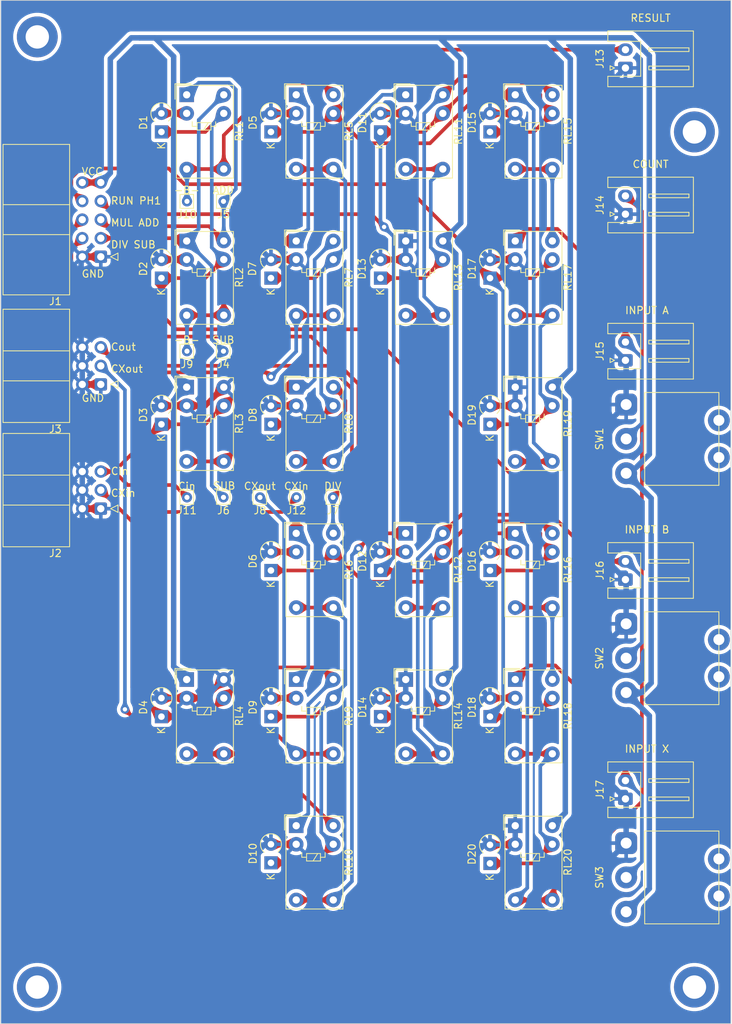
<source format=kicad_pcb>
(kicad_pcb (version 20221018) (generator pcbnew)
  (layers (0 "F.Cu" signal) (31 "B.Cu" signal) (34 "B.Paste" user) (35 "F.Paste" user) (36 "B.SilkS" user "B.Silkscreen") (37 "F.SilkS" user "F.Silkscreen") (38 "B.Mask" user) (39 "F.Mask" user) (44 "Edge.Cuts" user))
  (net 0 "")
  (net 1 "B")
  (net 2 "GND")
  (net 3 "RESULT")
  (net 4 "CXin")
  (net 5 "PH1")
  (net 6 "RUN")
  (net 7 "COUNT")
  (net 8 "Cin")
  (net 9 "SUB")
  (net 10 "ADD")
  (net 11 "Cout")
  (net 12 "A")
  (net 13 "VCC")
  (net 14 "Net-(RL10-Pad10)")
  (net 15 "Net-(D7-Pad1)")
  (net 16 "Net-(D10-Pad1)")
  (net 17 "Net-(D13-Pad1)")
  (net 18 "DIV")
  (net 19 "MUL")
  (net 20 "CXout")
  (net 21 "X")
  (net 22 "Net-(RL11-Pad1)")
  (net 23 "Net-(RL11-Pad10)")
  (net 24 "Net-(RL3-Pad5)")
  (net 25 "Net-(RL12-Pad10)")
  (net 26 "Net-(RL10-Pad5)")
  (net 27 "Net-(RL15-Pad5)")
  (net 28 "Net-(RL16-Pad5)")
  (net 29 "Net-(D14-Pad1)")
  (net 30 "Net-(D19-Pad1)")
  (net 31 "Net-(D20-Pad1)")
  (net 32 "Net-(J10-Pin_1)")
  (net 33 "Net-(J9-Pin_1)")
  (footprint "Diode_THT:D_A-405_P2.54mm_Vertical_KathodeUp" (layer "F.Cu") (at 257 108 90)
    (fp_text reference "D15")
    (fp_text value "1N4007_FLYB")
  )
  (footprint "Connector_Pin:Pin_D0.7mm_L6.5mm_W1.8mm_FlatFork" (layer "F.Cu") (at 220.5 158)
    (fp_text reference "J6")
    (fp_text value "Conn_01x01_Socket")
  )
  (footprint "MevaLlibreriaFootprint:Relay_SPDT_Omron_G5V-1_girat" (layer "F.Cu") (at 263 168 -90)
    (fp_text reference "RL16")
    (fp_text value "G5V-1")
  )
  (footprint "Diode_THT:D_A-405_P2.54mm_Vertical_KathodeUp" (layer "F.Cu") (at 227 188 90)
    (fp_text reference "D9")
    (fp_text value "1N4007_FLYB")
  )
  (footprint "Diode_THT:D_A-405_P2.54mm_Vertical_KathodeUp" (layer "F.Cu") (at 227 148 90)
    (fp_text reference "D8")
    (fp_text value "1N4007_FLYB")
  )
  (footprint "Diode_THT:D_A-405_P2.54mm_Vertical_KathodeUp" (layer "F.Cu") (at 212 128 90)
    (fp_text reference "D2")
    (fp_text value "1N4007_FLYB")
  )
  (footprint "Connector_JST:JST_XH_S2B-XH-A_1x02_P2.50mm_Horizontal" (layer "F.Cu") (at 275.55 199.25 90)
    (fp_text reference "J17")
    (fp_text value "Conn_01x02_Pin")
  )
  (footprint "MevaLlibreriaFootprint:Relay_SPDT_Omron_G5V-1_girat" (layer "F.Cu") (at 233 188 -90)
    (fp_text reference "RL9")
    (fp_text value "G5V-1")
  )
  (footprint "MevaLlibreriaFootprint:Relay_SPDT_Omron_G5V-1_girat" (layer "F.Cu") (at 233 108 -90)
    (fp_text reference "RL5")
    (fp_text value "G5V-1")
  )
  (footprint "MevaLlibreriaFootprint:Relay_SPDT_Omron_G5V-1_girat" (layer "F.Cu") (at 233 128 -90)
    (fp_text reference "RL7")
    (fp_text value "G5V-1")
  )
  (footprint "MevaLlibreriaFootprint:SW_Toggle_SPDT_Horizontal" (layer "F.Cu") (at 282 150)
    (fp_text reference "SW1")
    (fp_text value "SW_SPDT")
  )
  (footprint "Diode_THT:D_A-405_P2.54mm_Vertical_KathodeUp" (layer "F.Cu") (at 227 208 90)
    (fp_text reference "D10")
    (fp_text value "1N4007_FLYB")
  )
  (footprint "MevaLlibreriaFootprint:Relay_SPDT_Omron_G5V-1_girat" (layer "F.Cu") (at 248 188 -90)
    (fp_text reference "RL14")
    (fp_text value "G5V-1")
  )
  (footprint "Diode_THT:D_A-405_P2.54mm_Vertical_KathodeUp" (layer "F.Cu") (at 257 148 90)
    (fp_text reference "D19")
    (fp_text value "1N4007_FLYB")
  )
  (footprint "MountingHole:MountingHole_3.2mm_M3_DIN965_Pad" (layer "F.Cu") (at 285 225)
    (fp_text reference "H3" hide)
    (fp_text value "MountingHole" hide)
  )
  (footprint "MevaLlibreriaFootprint:Relay_SPDT_Omron_G5V-1_girat" (layer "F.Cu") (at 218 148 -90)
    (fp_text reference "RL3")
    (fp_text value "G5V-1")
  )
  (footprint "MevaLlibreriaFootprint:Relay_SPDT_Omron_G5V-1_girat" (layer "F.Cu") (at 248 168 -90)
    (fp_text reference "RL12")
    (fp_text value "G5V-1")
  )
  (footprint "Diode_THT:D_A-405_P2.54mm_Vertical_KathodeUp" (layer "F.Cu") (at 257 128 90)
    (fp_text reference "D17")
    (fp_text value "1N4007_FLYB")
  )
  (footprint "Diode_THT:D_A-405_P2.54mm_Vertical_KathodeUp" (layer "F.Cu") (at 257 208.08 90)
    (fp_text reference "D20")
    (fp_text value "1N4007_FLYB")
  )
  (footprint "MevaLlibreriaFootprint:Relay_SPDT_Omron_G5V-1_girat" (layer "F.Cu") (at 233 168 -90)
    (fp_text reference "RL6")
    (fp_text value "G5V-1")
  )
  (footprint "MevaLlibreriaFootprint:Relay_SPDT_Omron_G5V-1_girat" (layer "F.Cu") (at 248 128 -90)
    (fp_text reference "RL13")
    (fp_text value "G5V-1")
  )
  (footprint "MevaLlibreriaFootprint:Relay_SPDT_Omron_G5V-1_girat" (layer "F.Cu") (at 218 108 -90)
    (fp_text reference "RL1")
    (fp_text value "G5V-1")
  )
  (footprint "Diode_THT:D_A-405_P2.54mm_Vertical_KathodeUp" (layer "F.Cu") (at 227 108 90)
    (fp_text reference "D5")
    (fp_text value "1N4007_FLYB")
  )
  (footprint "Connector_JST:JST_XH_S2B-XH-A_1x02_P2.50mm_Horizontal" (layer "F.Cu") (at 275.55 139.25 90)
    (fp_text reference "J15")
    (fp_text value "Conn_01x02_Pin")
  )
  (footprint "Diode_THT:D_A-405_P2.54mm_Vertical_KathodeUp" (layer "F.Cu") (at 212 148 90)
    (fp_text reference "D3")
    (fp_text value "1N4007_FLYB")
  )
  (footprint "Diode_THT:D_A-405_P2.54mm_Vertical_KathodeUp" (layer "F.Cu") (at 212 188 90)
    (fp_text reference "D4")
    (fp_text value "1N4007_FLYB")
  )
  (footprint "Diode_THT:D_A-405_P2.54mm_Vertical_KathodeUp" (layer "F.Cu") (at 242 188 90)
    (fp_text reference "D14")
    (fp_text value "1N4007_FLYB")
  )
  (footprint "Connector_IDC:IDC-Header_2x03_P2.54mm_Horizontal" (layer "F.Cu") (at 203.6975 142.545 180)
    (fp_text reference "J3")
    (fp_text value "Conn_01x06_Pin")
  )
  (footprint "Diode_THT:D_A-405_P2.54mm_Vertical_KathodeUp" (layer "F.Cu") (at 242 108 90)
    (fp_text reference "D11")
    (fp_text value "1N4007_FLYB")
  )
  (footprint "MevaLlibreriaFootprint:Relay_SPDT_Omron_G5V-1_girat" (layer "F.Cu") (at 233 208 -90)
    (fp_text reference "RL10")
    (fp_text value "G5V-1")
  )
  (footprint "MevaLlibreriaFootprint:Relay_SPDT_Omron_G5V-1_girat" (layer "F.Cu") (at 263 108 -90)
    (fp_text reference "RL15")
    (fp_text value "G5V-1")
  )
  (footprint "Connector_Pin:Pin_D0.7mm_L6.5mm_W1.8mm_FlatFork" (layer "F.Cu") (at 225.5 158)
    (fp_text reference "J8")
    (fp_text value "Conn_01x01_Socket")
  )
  (footprint "MevaLlibreriaFootprint:SW_Toggle_SPDT_Horizontal" (layer "F.Cu") (at 282 180)
    (fp_text reference "SW2")
    (fp_text value "SW_SPDT")
  )
  (footprint "MevaLlibreriaFootprint:Relay_SPDT_Omron_G5V-1_girat" (layer "F.Cu") (at 263 128 -90)
    (fp_text reference "RL17")
    (fp_text value "G5V-1")
  )
  (footprint "MevaLlibreriaFootprint:Relay_SPDT_Omron_G5V-1_girat" (layer "F.Cu") (at 248 108 -90)
    (fp_text reference "RL11")
    (fp_text value "G5V-1")
  )
  (footprint "MevaLlibreriaFootprint:Relay_SPDT_Omron_G5V-1_girat" (layer "F.Cu") (at 218 188 -90)
    (fp_text reference "RL4")
    (fp_text value "G5V-1")
  )
  (footprint "MevaLlibreriaFootprint:Relay_SPDT_Omron_G5V-1_girat" (layer "F.Cu") (at 263 208 -90)
    (fp_text reference "RL20")
    (fp_text value "G5V-1")
  )
  (footprint "Connector_Pin:Pin_D0.7mm_L6.5mm_W1.8mm_FlatFork" (layer "F.Cu") (at 215.5 158)
    (fp_text reference "J11")
    (fp_text value "Conn_01x01_Socket")
  )
  (footprint "MevaLlibreriaFootprint:Relay_SPDT_Omron_G5V-1_girat" (layer "F.Cu") (at 233 148 -90)
    (fp_text reference "RL8")
    (fp_text value "G5V-1")
  )
  (footprint "MountingHole:MountingHole_3.2mm_M3_DIN965_Pad" (layer "F.Cu") (at 195 95)
    (fp_text reference "H1" hide)
    (fp_text value "MountingHole" hide)
  )
  (footprint "Connector_Pin:Pin_D0.7mm_L6.5mm_W1.8mm_FlatFork" (layer "F.Cu") (at 220.5 138)
    (fp_text reference "J4")
    (fp_text value "Conn_01x01_Socket")
  )
  (footprint "Diode_THT:D_A-405_P2.54mm_Vertical_KathodeUp" (layer "F.Cu") (at 212 108 90)
    (fp_text reference "D1")
    (fp_text value "1N4007_FLYB")
  )
  (footprint "Connector_JST:JST_XH_S2B-XH-A_1x02_P2.50mm_Horizontal" (layer "F.Cu") (at 275.55 119.25 90)
    (fp_text reference "J14")
    (fp_text value "Conn_01x02_Pin")
  )
  (footprint "Diode_THT:D_A-405_P2.54mm_Vertical_KathodeUp" (layer "F.Cu") (at 257 168 90)
    (fp_text reference "D16")
    (fp_text value "1N4007_FLYB")
  )
  (footprint "Connector_IDC:IDC-Header_2x03_P2.54mm_Horizontal" (layer "F.Cu") (at 203.6975 159.545 180)
    (fp_text reference "J2")
    (fp_text value "Conn_01x06_Pin")
  )
  (footprint "Connector_Pin:Pin_D0.7mm_L6.5mm_W1.8mm_FlatFork" (layer "F.Cu") (at 215.5 138)
    (fp_text reference "J9")
    (fp_text value "Conn_01x01_Socket")
  )
  (footprint "Connector_Pin:Pin_D0.7mm_L6.5mm_W1.8mm_FlatFork" (layer "F.Cu") (at 215.5 117.5)
    (fp_text reference "J10")
    (fp_text value "Conn_01x01_Socket")
  )
  (footprint "Diode_THT:D_A-405_P2.54mm_Vertical_KathodeUp" (layer "F.Cu") (at 227 168 90)
    (fp_text reference "D6")
    (fp_text value "1N4007_FLYB")
  )
  (footprint "Diode_THT:D_A-405_P2.54mm_Vertical_KathodeUp" (layer "F.Cu") (at 227 128 90)
    (fp_text reference "D7")
    (fp_text value "1N4007_FLYB")
  )
  (footprint "Diode_THT:D_A-405_P2.54mm_Vertical_KathodeUp" (layer "F.Cu") (at 242 168 90)
    (fp_text reference "D12")
    (fp_text value "1N4007_FLYB")
  )
  (footprint "MevaLlibreriaFootprint:Relay_SPDT_Omron_G5V-1_girat" (layer "F.Cu") (at 218 128 -90)
    (fp_text reference "RL2")
    (fp_text value "G5V-1")
  )
  (footprint "MevaLlibreriaFootprint:SW_Toggle_SPDT_Horizontal" (layer "F.Cu") (at 282 210)
    (fp_text reference "SW3")
    (fp_text value "SW_SPDT")
  )
  (footprint "Connector_Pin:Pin_D0.7mm_L6.5mm_W1.8mm_FlatFork" (layer "F.Cu") (at 220.5 117.5)
    (fp_text reference "J5")
    (fp_text value "Conn_01x01_Socket")
  )
  (footprint "MountingHole:MountingHole_3.2mm_M3_DIN965_Pad" (layer "F.Cu") (at 195 225)
    (fp_text reference "H4" hide)
    (fp_text value "MountingHole" hide)
  )
  (footprint "Connector_JST:JST_XH_S2B-XH-A_1x02_P2.50mm_Horizontal" (layer "F.Cu") (at 275.55 169.25 90)
    (fp_text reference "J16")
    (fp_text value "Conn_01x02_Pin")
  )
  (footprint "Connector_Pin:Pin_D0.7mm_L6.5mm_W1.8mm_FlatFork" (layer "F.Cu") (at 230.5 158)
    (fp_text reference "J12")
    (fp_text value "Conn_01x01_Socket")
  )
  (footprint "Diode_THT:D_A-405_P2.54mm_Vertical_KathodeUp" (layer "F.Cu") (at 242 128 90)
    (fp_text reference "D13")
    (fp_text value "1N4007_FLYB")
  )
  (footprint "Connector_Pin:Pin_D0.7mm_L6.5mm_W1.8mm_FlatFork" (layer "F.Cu") (at 235.5 158)
    (fp_text reference "J7")
    (fp_text value "Conn_01x01_Socket")
  )
  (footprint "Diode_THT:D_A-405_P2.54mm_Vertical_KathodeUp" (layer "F.Cu") (at 257 188 90)
    (fp_text reference "D18")
    (fp_text value "1N4007_FLYB")
  )
  (footprint "Connector_IDC:IDC-Header_2x05_P2.54mm_Horizontal" (layer "F.Cu") (at 203.6975 125.08 180)
    (fp_text reference "J1")
    (fp_text value "Conn_01x10_Pin")
  )
  (footprint "MountingHole:MountingHole_3.2mm_M3_DIN965_Pad" (layer "F.Cu") (at 285 108)
    (fp_text reference "H2" hide)
    (fp_text value "MountingHole" hide)
  )
  (footprint "MevaLlibreriaFootprint:Relay_SPDT_Omron_G5V-1_girat" (layer "F.Cu") (at 263 148 -90)
    (fp_text reference "RL19")
    (fp_text value "G5V-1")
  )
  (footprint "Connector_JST:JST_XH_S2B-XH-A_1x02_P2.50mm_Horizontal" (layer "F.Cu") (at 275.55 99.25 90)
    (fp_text reference "J13")
    (fp_text value "Conn_01x02_Pin")
  )
  (footprint "MevaLlibreriaFootprint:Relay_SPDT_Omron_G5V-1_girat" (layer "F.Cu") (at 263 188 -90)
    (fp_text reference "RL18")
    (fp_text value "G5V-1")
  )
  (gr_rect (start 190 90) (end 290 230) (stroke (width 0.1)) (fill none) (layer "Edge.Cuts"))
  (gr_text "DIV" (at 235.475 157.05) (layer "F.SilkS") (effects (font (size 1 1)) (justify bottom)))
  (gr_text "Cout" (at 205 138) (layer "F.SilkS") (effects (font (size 1 1)) (justify left bottom)))
  (gr_text "CXin" (at 230.475 157.05) (layer "F.SilkS") (effects (font (size 1 1)) (justify bottom)))
  (gr_text "MUL ADD" (at 205 121) (layer "F.SilkS") (effects (font (size 1 1)) (justify left bottom)))
  (gr_text "SUB" (at 219 157) (layer "F.SilkS") (effects (font (size 1 1)) (justify left bottom)))
  (gr_text "GND" (at 201 128) (layer "F.SilkS") (effects (font (size 1 1)) (justify left bottom)))
  (gr_text "VCC" (at 201 114) (layer "F.SilkS") (effects (font (size 1 1)) (justify left bottom)))
  (gr_text "CXout" (at 205 141) (layer "F.SilkS") (effects (font (size 1 1)) (justify left bottom)))
  (gr_text "ADD" (at 220.475 116.55) (layer "F.SilkS") (effects (font (size 1 1)) (justify bottom)))
  (gr_text "GND" (at 201 145) (layer "F.SilkS") (effects (font (size 1 1)) (justify left bottom)))
  (gr_text "Cin" (at 215.475 157.05) (layer "F.SilkS") (effects (font (size 1 1)) (justify bottom)))
  (gr_text "RUN PH1" (at 205 118) (layer "F.SilkS") (effects (font (size 1 1)) (justify left bottom)))
  (gr_text "-B-" (at 215.475 137.05) (layer "F.SilkS") (effects (font (size 1 1)) (justify bottom)))
  (gr_text "CXin" (at 205 158) (layer "F.SilkS") (effects (font (size 1 1)) (justify left bottom)))
  (gr_text "INPUT X" (at 278.5 193) (layer "F.SilkS") (effects (font (size 1 1)) (justify bottom)))
  (gr_text "DIV SUB" (at 205 124) (layer "F.SilkS") (effects (font (size 1 1)) (justify left bottom)))
  (gr_text "COUNT" (at 279 113) (layer "F.SilkS") (effects (font (size 1 1)) (justify bottom)))
  (gr_text "RESULT" (at 279 93) (layer "F.SilkS") (effects (font (size 1 1)) (justify bottom)))
  (gr_text "INPUT A" (at 278.5 133) (layer "F.SilkS") (effects (font (size 1 1)) (justify bottom)))
  (gr_text "SUB" (at 220.475 137.05) (layer "F.SilkS") (effects (font (size 1 1)) (justify bottom)))
  (gr_text "Cin" (at 205 155) (layer "F.SilkS") (effects (font (size 1 1)) (justify left bottom)))
  (gr_text "-B-" (at 215.475 116.55) (layer "F.SilkS") (effects (font (size 1 1)) (justify bottom)))
  (gr_text "CXout" (at 225.475 157.05) (layer "F.SilkS") (effects (font (size 1 1)) (justify bottom)))
  (gr_text "INPUT B" (at 278.5 163) (layer "F.SilkS") (effects (font (size 1 1)) (justify bottom)))
  (segment (start 212 133) (end 212 128) (width 0.5) (layer "F.Cu") (net 1))
  (segment (start 212 128) (end 218 128) (width 0.5) (layer "F.Cu") (net 1))
  (segment (start 218 128) (end 220.54 125.46) (width 0.5) (layer "F.Cu") (net 1))
  (segment (start 275.55 166.75) (end 271.796547 166.75) (width 0.5) (layer "F.Cu") (net 1))
  (segment (start 271.796547 166.75) (end 240.046547 135) (width 0.5) (layer "F.Cu") (net 1))
  (segment (start 240.046547 135) (end 214 135) (width 0.5) (layer "F.Cu") (net 1))
  (segment (start 218 108) (end 220.54 105.46) (width 0.5) (layer "F.Cu") (net 1))
  (segment (start 214 135) (end 212 133) (width 0.5) (layer "F.Cu") (net 1))
  (segment (start 212 108) (end 218 108) (width 0.5) (layer "F.Cu") (net 1))
  (segment (start 218.89 122.236547) (end 218.89 123.81) (width 0.5) (layer "B.Cu") (net 1))
  (segment (start 277.8 168.85) (end 275.7 166.75) (width 0.5) (layer "B.Cu") (net 1))
  (segment (start 275.7 166.75) (end 275.55 166.75) (width 0.5) (layer "B.Cu") (net 1))
  (segment (start 218.89 107.11) (end 218.89 113.763453) (width 0.5) (layer "B.Cu") (net 1))
  (segment (start 275.65 180) (end 277.8 177.85) (width 0.5) (layer "B.Cu") (net 1))
  (segment (start 218.899501 122.227046) (end 218.89 122.236547) (width 0.5) (layer "B.Cu") (net 1))
  (segment (start 218.899501 113.772954) (end 218.899501 122.227046) (width 0.5) (layer "B.Cu") (net 1))
  (segment (start 218.89 113.763453) (end 218.899501 113.772954) (width 0.5) (layer "B.Cu") (net 1))
  (segment (start 220.54 105.46) (end 218.89 107.11) (width 0.5) (layer "B.Cu") (net 1))
  (segment (start 277.8 177.85) (end 277.8 168.85) (width 0.5) (layer "B.Cu") (net 1))
  (segment (start 218.89 123.81) (end 220.54 125.46) (width 0.5) (layer "B.Cu") (net 1))
  (segment (start 242 185.46) (end 245.46 185.46) (width 0.75) (layer "F.Cu") (net 2))
  (segment (start 227 145.46) (end 230.46 145.46) (width 0.75) (layer "F.Cu") (net 2))
  (segment (start 218 145.46) (end 220.54 142.92) (width 0.75) (layer "F.Cu") (net 2))
  (segment (start 227 165.46) (end 230.46 165.46) (width 0.75) (layer "F.Cu") (net 2))
  (segment (start 201.1575 142.545) (end 203.6975 142.545) (width 0.75) (layer "F.Cu") (net 2))
  (segment (start 260.38 205.54) (end 260.46 205.46) (width 0.75) (layer "F.Cu") (net 2))
  (segment (start 257 205.54) (end 260.38 205.54) (width 0.75) (layer "F.Cu") (net 2))
  (segment (start 257 105.46) (end 260.46 105.46) (width 0.75) (layer "F.Cu") (net 2))
  (segment (start 215.46 145.46) (end 218 145.46) (width 0.75) (layer "F.Cu") (net 2))
  (segment (start 212 105.46) (end 215.46 105.46) (width 0.75) (layer "F.Cu") (net 2))
  (segment (start 227 105.46) (end 230.46 105.46) (width 0.75) (layer "F.Cu") (net 2))
  (segment (start 212 185.46) (end 215.46 185.46) (width 0.75) (layer "F.Cu") (net 2))
  (segment (start 227 125.46) (end 230.46 125.46) (width 0.75) (layer "F.Cu") (net 2))
  (segment (start 227 185.46) (end 230.46 185.46) (width 0.75) (layer "F.Cu") (net 2))
  (segment (start 242 125.46) (end 245.46 125.46) (width 0.75) (layer "F.Cu") (net 2))
  (segment (start 242 165.46) (end 245.46 165.46) (width 0.75) (layer "F.Cu") (net 2))
  (segment (start 227 205.46) (end 230.46 205.46) (width 0.75) (layer "F.Cu") (net 2))
  (segment (start 201.1575 125.08) (end 203.6975 125.08) (width 0.75) (layer "F.Cu") (net 2))
  (segment (start 242 105.46) (end 245.46 105.46) (width 0.75) (layer "F.Cu") (net 2))
  (segment (start 201.1575 159.545) (end 203.6975 159.545) (width 0.75) (layer "F.Cu") (net 2))
  (segment (start 218 185.46) (end 220.54 182.92) (width 0.75) (layer "F.Cu") (net 2))
  (segment (start 257 125.46) (end 260.46 125.46) (width 0.75) (layer "F.Cu") (net 2))
  (segment (start 257 145.46) (end 260.46 145.46) (width 0.75) (layer "F.Cu") (net 2))
  (segment (start 212 125.46) (end 215.46 125.46) (width 0.75) (layer "F.Cu") (net 2))
  (segment (start 215.46 185.46) (end 218 185.46) (width 0.75) (layer "F.Cu") (net 2))
  (segment (start 212 145.46) (end 215.46 145.46) (width 0.75) (layer "F.Cu") (net 2))
  (segment (start 257 185.46) (end 260.46 185.46) (width 0.75) (layer "F.Cu") (net 2))
  (segment (start 257 165.46) (end 260.46 165.46) (width 0.75) (layer "F.Cu") (net 2))
  (segment (start 201.1575 154.465) (end 201.1575 157.005) (width 0.75) (layer "B.Cu") (net 2))
  (segment (start 234 223) (end 252 223) (width 0.75) (layer "B.Cu") (net 2))
  (segment (start 273.775 137.475) (end 273.775 121.025) (width 0.75) (layer "B.Cu") (net 2))
  (segment (start 256.54 125.46) (end 257 125.46) (width 0.75) (layer "B.Cu") (net 2))
  (segment (start 210 123.46) (end 210 106.65) (width 0.75) (layer "B.Cu") (net 2))
  (segment (start 275.55 199.25) (end 275.55 198.375) (width 0.75) (layer "B.Cu") (net 2))
  (segment (start 211.19 125.46) (end 212 125.46) (width 0.75) (layer "B.Cu") (net 2))
  (segment (start 226.54 165.46) (end 227 165.46) (width 0.75) (layer "B.Cu") (net 2))
  (segment (start 255 206.73) (end 256.19 205.54) (width 0.75) (layer "B.Cu") (net 2))
  (segment (start 214.15 223) (end 210 218.85) (width 0.75) (layer "B.Cu") (net 2))
  (segment (start 270 223) (end 273 220) (width 0.75) (layer "B.Cu") (net 2))
  (segment (start 256.19 205.54) (end 257 205.54) (width 0.75) (layer "B.Cu") (net 2))
  (segment (start 255 147) (end 256.54 145.46) (width 0.75) (layer "B.Cu") (net 2))
  (segment (start 241.19 105.46) (end 242 105.46) (width 0.75) (layer "B.Cu") (net 2))
  (segment (start 273.375 177.576) (end 275.65 175.301) (width 0.75) (layer "B.Cu") (net 2))
  (segment (start 257 205.54) (end 255 203.54) (width 0.75) (layer "B.Cu") (net 2))
  (segment (start 255 186.65) (end 256.19 185.46) (width 0.75) (layer "B.Cu") (net 2))
  (segment (start 275.55 169.25) (end 275.55 168.375) (width 0.75) (layer "B.Cu") (net 2))
  (segment (start 275.55 168.375) (end 274.726903 168.375) (width 0.75) (layer "B.Cu") (net 2))
  (segment (start 210 218.85) (end 210 200.675) (width 0.75) (layer "B.Cu") (net 2))
  (segment (start 226.54 185.46) (end 227 185.46) (width 0.75) (layer "B.Cu") (net 2))
  (segment (start 242 165.46) (end 240 163.46) (width 0.75) (layer "B.Cu") (net 2))
  (segment (start 225 183.46) (end 225 167) (width 0.75) (layer "B.Cu") (net 2))
  (segment (start 226.54 125.46) (end 225 127) (width 0.75) (layer "B.Cu") (net 2))
  (segment (start 275.65 175.301) (end 275.65 169.35) (width 0.75) (layer "B.Cu") (net 2))
  (segment (start 273.775 117.475) (end 273.775 101.025) (width 0.75) (layer "B.Cu") (net 2))
  (segment (start 227 165.46) (end 224 162.46) (width 0.75) (layer "B.Cu") (net 2))
  (segment (start 240 123.46) (end 240 106.65) (width 0.75) (layer "B.Cu") (net 2))
  (segment (start 225 143.46) (end 227 145.46) (width 0.75) (layer "B.Cu") (net 2))
  (segment (start 224 162.46) (end 224 151) (width 0.75) (layer "B.Cu") (net 2))
  (segment (start 225 106.65) (end 225 123.46) (width 0.75) (layer "B.Cu") (net 2))
  (segment (start 255 203.54) (end 255 186.65) (width 0.75) (layer "B.Cu") (net 2))
  (segment (start 234 223) (end 236.5 223) (width 0.75) (layer "B.Cu") (net 2))
  (segment (start 255 107) (end 256.54 105.46) (width 0.75) (layer "B.Cu") (net 2))
  (segment (start 225 123.46) (end 227 125.46) (width 0.75) (layer "B.Cu") (net 2))
  (segment (start 225 187) (end 226.54 185.46) (width 0.75) (layer "B.Cu") (net 2))
  (segment (start 252 223) (end 255 220) (width 0.75) (layer "B.Cu") (net 2))
  (segment (start 227 105.46) (end 226.19 105.46) (width 0.75) (layer "B.Cu") (net 2))
  (segment (start 212 145.46) (end 210 143.46) (width 0.75) (layer "B.Cu") (net 2))
  (segment (start 245.46 125.46) (end 245.46 122.92) (width 0.75) (layer "B.Cu") (net 2))
  (segment (start 225 167) (end 226.54 165.46) (width 0.75) (layer "B.Cu") (net 2))
  (segment (start 257 165.46) (end 255 163.46) (width 0.75) (layer "B.Cu") (net 2))
  (segment (start 210 143.46) (end 210 126.65) (width 0.75) (layer "B.Cu") (net 2))
  (segment (start 211.19 105.46) (end 212 105.46) (width 0.75) (layer "B.Cu") (net 2))
  (segment (start 240 219.5) (end 240 187) (width 0.75) (layer "B.Cu") (net 2))
  (segment (start 220 223) (end 214.15 223) (width 0.75) (layer "B.Cu") (net 2))
  (segment (start 201 137.3075) (end 201.1575 137.465) (width 0.75) (layer "B.Cu") (net 2))
  (segment (start 201.1575 137.465) (end 201.1575 140.005) (width 0.75) (layer "B.Cu") (net 2))
  (segment (start 255 123.46) (end 255 107) (width 0.75) (layer "B.Cu") (net 2))
  (segment (start 274.726903 198.375) (end 273.775 197.423097) (width 0.75) (layer "B.Cu") (net 2))
  (segment (start 275.65 205.301) (end 275.65 199.35) (width 0.75) (layer "B.Cu") (net 2))
  (segment (start 211.54 145.46) (end 212 145.46) (width 0.75) (layer "B.Cu") (net 2))
  (segment (start 201.1575 159.545) (end 201.1575 197.1575) (width 0.75) (layer "B.Cu") (net 2))
  (segment (start 273 207.951) (end 275.65 205.301) (width 0.75) (layer "B.Cu") (net 2))
  (segment (start 201.1575 197.1575) (end 205 201) (width 0.75) (layer "B.Cu") (net 2))
  (segment (start 245.46 185.46) (end 245.46 182.92) (width 0.75) (layer "B.Cu") (net 2))
  (segment (start 257 145.46) (end 255 143.46) (width 0.75) (layer "B.Cu") (net 2))
  (segment (start 255.727208 165.46) (end 257 165.46) (width 0.75) (layer "B.Cu") (net 2))
  (segment (start 220 223) (end 221 223) (width 0.75) (layer "B.Cu") (net 2))
  (segment (start 273.375 167.023097) (end 273.375 147.576) (width 0.75) (layer "B.Cu") (net 2))
  (segment (start 210 106.65) (end 211.19 105.46) (width 0.75) (layer "B.Cu") (net 2))
  (segment (start 273.375 147.576) (end 275.65 145.301) (width 0.75) (layer "B.Cu") (net 2))
  (segment (start 236.5 223) (end 240 219.5) (width 0.75) (layer "B.Cu") (net 2))
  (segment (start 201.1575 157.005) (end 201.1575 159.545) (width 0.75) (layer "B.Cu") (net 2))
  (segment (start 255 163.46) (end 255 147) (width 0.75) (layer "B.Cu") (net 2))
  (segment (start 210 147) (end 211.54 145.46) (width 0.75) (layer "B.Cu") (net 2))
  (segment (start 260.46 205.46) (end 260.46 202.92) (width 0.75) (layer "B.Cu") (net 2))
  (segment (start 227 125.46) (end 226.54 125.46) (width 0.75) (layer "B.Cu") (net 2))
  (segment (start 226.19 105.46) (end 225 106.65) (width 0.75) (layer "B.Cu") (net 2))
  (segment (start 256.54 145.46) (end 257 145.46) (width 0.75) (layer "B.Cu") (net 2))
  (segment (start 201.1575 142.545) (end 201.1575 154.465) (width 0.75) (layer "B.Cu") (net 2))
  (segment (start 210 200.675) (end 210 186.187208) (width 0.75) (layer "B.Cu") (net 2))
  (segment (start 201.1575 125.08) (end 201 125.2375) (width 0.75) (layer "B.Cu") (net 2))
  (segment (start 225 206.65) (end 226.19 205.46) (width 0.75) (layer "B.Cu") (net 2))
  (segment (start 256.19 185.46) (end 257 185.46) (width 0.75) (layer "B.Cu") (net 2))
  (segment (start 255 220) (end 255 206.73) (width 0.75) (layer "B.Cu") (net 2))
  (segment (start 255 143.46) (end 255 127) (width 0.75) (layer "B.Cu") (net 2))
  (segment (start 275.65 169.35) (end 275.55 169.25) (width 0.75) (layer "B.Cu") (net 2))
  (segment (start 275.55 119.25) (end 273.775 117.475) (width 0.75) (layer "B.Cu") (net 2))
  (segment (start 201.1575 140.005) (end 201.1575 142.545) (width 0.75) (layer "B.Cu") (net 2))
  (segment (start 201 125.2375) (end 201 137.3075) (width 0.75) (layer "B.Cu") (net 2))
  (segment (start 240 106.65) (end 241.19 105.46) (width 0.75) (layer "B.Cu") (net 2))
  (segment (start 240 126.65) (end 241.19 125.46) (width 0.75) (layer "B.Cu") (net 2))
  (segment (start 274.726903 168.375) (end 273.375 167.023097) (width 0.75) (layer "B.Cu") (net 2))
  (segment (start 255 127) (end 256.54 125.46) (width 0.75) (layer "B.Cu") (net 2))
  (segment (start 205 201) (end 210 201) (width 0.75) (layer "B.Cu") (net 2))
  (segment (start 240 167) (end 241.54 165.46) (width 0.75) (layer "B.Cu") (net 2))
  (segment (start 273 220) (end 273 208) (width 0.75) (layer "B.Cu") (net 2))
  (segment (start 210 186.187208) (end 210.727208 185.46) (width 0.75) (layer "B.Cu") (net 2))
  (segment (start 201.1575 142.545) (end 201.1575 142) (width 0.75) (layer "B.Cu") (net 2))
  (segment (start 255 183.46) (end 255 166.187208) (width 0.75) (layer "B.Cu") (net 2))
  (segment (start 275.65 199.35) (end 275.55 199.25) (width 0.75) (layer "B.Cu") (net 2))
  (segment (start 275.65 139.35) (end 275.55 139.25) (width 0.75) (layer "B.Cu") (net 2))
  (segment (start 240 187) (end 241.54 185.46) (width 0.75) (layer "B.Cu") (net 2))
  (segment (start 242 185.46) (end 240 183.46) (width 0.75) (layer "B.Cu") (net 2))
  (segment (start 227 205.46) (end 225 203.46) (width 0.75) (layer "B.Cu") (net 2))
  (segment (start 225 203.46) (end 225 187) (width 0.75) (layer "B.Cu") (net 2))
  (segment (start 220 223) (end 234 223) (width 0.75) (layer "B.Cu") (net 2))
  (segment (start 257 125.46) (end 255 123.46) (width 0.75) (layer "B.Cu") (net 2))
  (segment (start 273.775 121.025) (end 275.55 119.25) (width 0.75) (layer "B.Cu") (net 2))
  (segment (start 257 185.46) (end 255 183.46) (width 0.75) (layer "B.Cu") (net 2))
  (segment (start 273.775 101.025) (end 275.55 99.25) (width 0.75) (layer "B.Cu") (net 2))
  (segment (start 256.54 105.46) (end 257 105.46) (width 0.75) (layer "B.Cu") (net 2))
  (segment (start 212 185.46) (end 210 183.46) (width 0.75) (layer "B.Cu") (net 2))
  (segment (start 275.65 145.301) (end 275.65 139.35) (width 0.75) (layer "B.Cu") (net 2))
  (segment (start 226.19 205.46) (end 227 205.46) (width 0.75) (layer "B.Cu") (net 2))
  (segment (start 225 127) (end 225 143.46) (width 0.75) (layer "B.Cu") (net 2))
  (segment (start 255 166.187208) (end 255.727208 165.46) (width 0.75) (layer "B.Cu") (net 2))
  (segment (start 225.325 149.675) (end 225.325 146.325) (width 0.75) (layer "B.Cu") (net 2))
  (segment (start 224 151) (end 225.325 149.675) (width 0.75) (layer "B.Cu") (net 2))
  (segment (start 275.55 198.375) (end 274.726903 198.375) (width 0.75) (layer "B.Cu") (net 2))
  (segment (start 240 183.46) (end 240 167) (width 0.75) (layer "B.Cu") (net 2))
  (segment (start 241.54 165.46) (end 242 165.46) (width 0.75) (layer "B.Cu") (net 2))
  (segment (start 210 126.65) (end 211.19 125.46) (width 0.75) (layer "B.Cu") (net 2))
  (segment (start 273.775 196.076903) (end 273.375 195.676903) (width 0.75) (layer "B.Cu") (net 2))
  (segment (start 225.325 146.325) (end 226.19 145.46) (width 0.75) (layer "B.Cu") (net 2))
  (segment (start 225 219) (end 225 206.65) (width 0.75) (layer "B.Cu") (net 2))
  (segment (start 241.19 125.46) (end 242 125.46) (width 0.75) (layer "B.Cu") (net 2))
  (segment (start 273.775 197.423097) (end 273.775 196.076903) (width 0.75) (layer "B.Cu") (net 2))
  (segment (start 260.46 145.46) (end 260.46 142.92) (width 0.75) (layer "B.Cu") (net 2))
  (segment (start 273.375 195.676903) (end 273.375 177.576) (width 0.75) (layer "B.Cu") (net 2))
  (segment (start 210 183.46) (end 210 147) (width 0.75) (layer "B.Cu") (net 2))
  (segment (start 227 185.46) (end 225 183.46) (width 0.75) (layer "B.Cu") (net 2))
  (segment (start 210.727208 185.46) (end 212 185.46) (width 0.75) (layer "B.Cu") (net 2))
  (segment (start 252 223) (end 270 223) (width 0.75) (layer "B.Cu") (net 2))
  (segment (start 221 223) (end 225 219) (width 0.75) (layer "B.Cu") (net 2))
  (segment (start 275.55 139.25) (end 273.775 137.475) (width 0.75) (layer "B.Cu") (net 2))
  (segment (start 241.54 185.46) (end 242 185.46) (width 0.75) (layer "B.Cu") (net 2))
  (segment (start 212 125.46) (end 210 123.46) (width 0.75) (layer "B.Cu") (net 2))
  (segment (start 226.19 145.46) (end 227 145.46) (width 0.75) (layer "B.Cu") (net 2))
  (segment (start 240 163.46) (end 240 126.65) (width 0.75) (layer "B.Cu") (net 2))
  (segment (start 242 125.46) (end 240 123.46) (width 0.75) (layer "B.Cu") (net 2))
  (segment (start 255.413453 102.92) (end 248.783453 109.55) (width 0.5) (layer "F.Cu") (net 3))
  (segment (start 244.25 96.75) (end 235.54 105.46) (width 0.5) (layer "F.Cu") (net 3))
  (segment (start 233 108) (end 235.54 105.46) (width 0.5) (layer "F.Cu") (net 3))
  (segment (start 260.46 153.08) (end 265.54 153.08) (width 0.5) (layer "F.Cu") (net 3))
  (segment (start 248.783453 109.55) (end 239.63 109.55) (width 0.5) (layer "F.Cu") (net 3))
  (segment (start 275.55 96.75) (end 244.25 96.75) (width 0.5) (layer "F.Cu") (net 3))
  (segment (start 239.63 109.55) (end 235.54 105.46) (width 0.5) (layer "F.Cu") (net 3))
  (segment (start 227 108) (end 233 108) (width 0.5) (layer "F.Cu") (net 3))
  (segment (start 260.46 102.92) (end 255.413453 102.92) (width 0.5) (layer "F.Cu") (net 3))
  (segment (start 260.92 102.92) (end 262.990499 104.990499) (width 0.5) (layer "B.Cu") (net 3))
  (segment (start 262.990499 104.990499) (end 262.990499 150.530499) (width 0.5) (layer "B.Cu") (net 3))
  (segment (start 260.46 102.92) (end 260.92 102.92) (width 0.5) (layer "B.Cu") (net 3))
  (segment (start 262.990499 150.530499) (end 265.54 153.08) (width 0.5) (layer "B.Cu") (net 3))
  (segment (start 209.3075 160) (end 208 161.3075) (width 0.5) (layer "F.Cu") (net 4))
  (segment (start 218 188) (end 220.54 185.46) (width 0.5) (layer "F.Cu") (net 4))
  (segment (start 233.89 181.27) (end 224.73 181.27) (width 0.5) (layer "F.Cu") (net 4))
  (segment (start 203.6975 157.005) (end 207.84625 161.15375) (width 0.5) (layer "F.Cu") (net 4))
  (segment (start 212 188) (end 218 188) (width 0.5) (layer "F.Cu") (net 4))
  (segment (start 228.5 160) (end 209.3075 160) (width 0.5) (layer "F.Cu") (net 4))
  (segment (start 207.84625 161.15375) (end 208 161.3075) (width 0.5) (layer "F.Cu") (net 4))
  (segment (start 208 161.3075) (end 208 184) (width 0.5) (layer "F.Cu") (net 4))
  (segment (start 208 184) (end 212 188) (width 0.5) (layer "F.Cu") (net 4))
  (segment (start 235.54 182.92) (end 233.89 181.27) (width 0.5) (layer "F.Cu") (net 4))
  (segment (start 224.73 181.27) (end 220.54 185.46) (width 0.5) (layer "F.Cu") (net 4))
  (segment (start 230.5 158) (end 228.5 160) (width 0.5) (layer "F.Cu") (net 4))
  (segment (start 232.11 201.27) (end 232.11 186.35) (width 0.5) (layer "B.Cu") (net 4))
  (segment (start 230.46 202.92) (end 232.11 201.27) (width 0.5) (layer "B.Cu") (net 4))
  (segment (start 232.11 186.35) (end 235.54 182.92) (width 0.5) (layer "B.Cu") (net 4))
  (segment (start 265.54 105.46) (end 263.89 103.81) (width 0.5) (layer "F.Cu") (net 5))
  (segment (start 263 108) (end 265.54 105.46) (width 0.5) (layer "F.Cu") (net 5))
  (segment (start 254.73 101.27) (end 250.54 105.46) (width 0.5) (layer "F.Cu") (net 5))
  (segment (start 263.89 162.92) (end 262.24 161.27) (width 0.5) (layer "F.Cu") (net 5))
  (segment (start 248 108) (end 250.54 105.46) (width 0.5) (layer "F.Cu") (net 5))
  (segment (start 203.6975 117.46) (end 205.487 119.2495) (width 0.5) (layer "F.Cu") (net 5))
  (segment (start 240.7495 119.2495) (end 242.5 121) (width 0.5) (layer "F.Cu") (net 5))
  (segment (start 205.487 119.2495) (end 240.7495 119.2495) (width 0.5) (layer "F.Cu") (net 5))
  (segment (start 248 168) (end 250.54 165.46) (width 0.5) (layer "F.Cu") (net 5))
  (segment (start 265.54 165.46) (end 263.89 163.81) (width 0.5) (layer "F.Cu") (net 5))
  (segment (start 263.89 163.81) (end 263.89 162.92) (width 0.5) (layer "F.Cu") (net 5))
  (segment (start 262.24 161.27) (end 254.523453 161.27) (width 0.5) (layer "F.Cu") (net 5))
  (segment (start 242 168) (end 248 168) (width 0.5) (layer "F.Cu") (net 5))
  (segment (start 242 108) (end 248 108) (width 0.5) (layer "F.Cu") (net 5))
  (segment (start 263.89 103.81) (end 263.89 102.89) (width 0.5) (layer "F.Cu") (net 5))
  (segment (start 257 108) (end 263 108) (width 0.5) (layer "F.Cu") (net 5))
  (segment (start 254.523453 161.27) (end 250.54 165.253453) (width 0.5) (layer "F.Cu") (net 5))
  (segment (start 262.27 101.27) (end 254.73 101.27) (width 0.5) (layer "F.Cu") (net 5))
  (segment (start 250.54 165.253453) (end 250.54 165.46) (width 0.5) (layer "F.Cu") (net 5))
  (segment (start 263 168) (end 265.54 165.46) (width 0.5) (layer "F.Cu") (net 5))
  (segment (start 263.89 102.89) (end 262.27 101.27) (width 0.5) (layer "F.Cu") (net 5))
  (segment (start 257 168) (end 263 168) (width 0.5) (layer "F.Cu") (net 5))
  (via (at 242.5 121) (size 1.2) (drill 0.6) (layers "F.Cu" "B.Cu") (net 5))
  (segment (start 243.81 122.31) (end 242.5 121) (width 0.5) (layer "B.Cu") (net 5))
  (segment (start 242 120.5) (end 242.5 121) (width 0.5) (layer "B.Cu") (net 5))
  (segment (start 242 108) (end 242 120.5) (width 0.5) (layer "B.Cu") (net 5))
  (segment (start 242 168) (end 243.81 166.19) (width 0.5) (layer "B.Cu") (net 5))
  (segment (start 243.81 166.19) (end 243.81 122.31) (width 0.5) (layer "B.Cu") (net 5))
  (segment (start 201.1575 117.46) (end 199.6575 115.96) (width 0.5) (layer "F.Cu") (net 6))
  (segment (start 199.6575 114.298679) (end 200.956179 113) (width 0.5) (layer "F.Cu") (net 6))
  (segment (start 247.953453 118) (end 253.976726 124.023274) (width 0.5) (layer "F.Cu") (net 6))
  (segment (start 253.976726 124.976726) (end 257 128) (width 0.5) (layer "F.Cu") (net 6))
  (segment (start 257 188) (end 263 188) (width 0.5) (layer "F.Cu") (net 6))
  (segment (start 200.956179 113) (end 213 113) (width 0.5) (layer "F.Cu") (net 6))
  (segment (start 253.976726 124.023274) (end 253.976726 124.976726) (width 0.5) (layer "F.Cu") (net 6))
  (segment (start 199.6575 115.96) (end 199.6575 114.298679) (width 0.5) (layer "F.Cu") (net 6))
  (segment (start 213 113) (end 215.15 115.15) (width 0.5) (layer "F.Cu") (net 6))
  (segment (start 263 128) (end 257 128) (width 0.5) (layer "F.Cu") (net 6))
  (segment (start 245.15 115.15) (end 247.953453 117.953453) (width 0.5) (layer "F.Cu") (net 6))
  (segment (start 247.953453 117.953453) (end 247.953453 118) (width 0.5) (layer "F.Cu") (net 6))
  (segment (start 215.15 115.15) (end 245.15 115.15) (width 0.5) (layer "F.Cu") (net 6))
  (segment (start 263 188) (end 265.54 185.46) (width 0.5) (layer "F.Cu") (net 6))
  (segment (start 266 125) (end 263 128) (width 0.5) (layer "F.Cu") (net 6))
  (segment (start 257 188) (end 258.81 186.19) (width 0.5) (layer "B.Cu") (net 6))
  (segment (start 258.81 186.19) (end 258.81 129.81) (width 0.5) (layer "B.Cu") (net 6))
  (segment (start 258.81 129.81) (end 257 128) (width 0.5) (layer "B.Cu") (net 6))
  (segment (start 239.63 169.55) (end 235.54 165.46) (width 0.5) (layer "F.Cu") (net 7))
  (segment (start 260.46 213.08) (end 265.54 213.08) (width 0.5) (layer "F.Cu") (net 7))
  (segment (start 255.413453 162.92) (end 248.783453 169.55) (width 0.5) (layer "F.Cu") (net 7))
  (segment (start 275.7 116.75) (end 277.8 118.85) (width 0.5) (layer "F.Cu") (net 7))
  (segment (start 275.55 116.75) (end 275.7 116.75) (width 0.5) (layer "F.Cu") (net 7))
  (segment (start 265.54 211.882792) (end 265.54 213.08) (width 0.5) (layer "F.Cu") (net 7))
  (segment (start 248.783453 169.55) (end 239.63 169.55) (width 0.5) (layer "F.Cu") (net 7))
  (segment (start 227 168) (end 233 168) (width 0.5) (layer "F.Cu") (net 7))
  (segment (start 260.46 162.92) (end 255.413453 162.92) (width 0.5) (layer "F.Cu") (net 7))
  (segment (start 233 168) (end 235.54 165.46) (width 0.5) (layer "F.Cu") (net 7))
  (segment (start 277.8 118.85) (end 277.8 199.622792) (width 0.5) (layer "F.Cu") (net 7))
  (segment (start 277.8 199.622792) (end 265.54 211.882792) (width 0.5) (layer "F.Cu") (net 7))
  (segment (start 262.11 164.57) (end 262.11 211.43) (width 0.5) (layer "B.Cu") (net 7))
  (segment (start 260.46 162.92) (end 262.11 164.57) (width 0.5) (layer "B.Cu") (net 7))
  (segment (start 262.11 211.43) (end 260.46 213.08) (width 0.5) (layer "B.Cu") (net 7))
  (segment (start 218 148) (end 220.54 145.46) (width 0.5) (layer "F.Cu") (net 8))
  (segment (start 215.5 158) (end 213.81 156.31) (width 0.5) (layer "F.Cu") (net 8))
  (segment (start 223.08 142.92) (end 220.54 145.46) (width 0.5) (layer "F.Cu") (net 8))
  (segment (start 205.535 154.465) (end 212 148) (width 0.5) (layer "F.Cu") (net 8))
  (segment (start 212 148) (end 218 148) (width 0.5) (layer "F.Cu") (net 8))
  (segment (start 230.46 142.92) (end 223.08 142.92) (width 0.5) (layer "F.Cu") (net 8))
  (segment (start 207.38 156.31) (end 205.535 154.465) (width 0.5) (layer "F.Cu") (net 8))
  (segment (start 203.6975 154.465) (end 205.535 154.465) (width 0.5) (layer "F.Cu") (net 8))
  (segment (start 213.81 156.31) (end 207.38 156.31) (width 0.5) (layer "F.Cu") (net 8))
  (segment (start 232.990499 141.889501) (end 232.990499 125.469501) (width 0.5) (layer "B.Cu") (net 8))
  (segment (start 230.46 142.92) (end 231.96 142.92) (width 0.5) (layer "B.Cu") (net 8))
  (segment (start 232.990499 125.469501) (end 235.54 122.92) (width 0.5) (layer "B.Cu") (net 8))
  (segment (start 231.96 142.92) (end 232.990499 141.889501) (width 0.5) (layer "B.Cu") (net 8))
  (segment (start 203.6975 122.54) (end 215.08 122.54) (width 0.5) (layer "F.Cu") (net 9))
  (segment (start 215.08 122.54) (end 215.46 122.92) (width 0.5) (layer "F.Cu") (net 9))
  (segment (start 218.89 136.39) (end 218.89 126.35) (width 0.5) (layer "B.Cu") (net 9))
  (segment (start 217.11 121.27) (end 215.46 122.92) (width 0.5) (layer "B.Cu") (net 9))
  (segment (start 217.11 106.35) (end 217.11 121.27) (width 0.5) (layer "B.Cu") (net 9))
  (segment (start 218.89 156.39) (end 218.89 139.61) (width 0.5) (layer "B.Cu") (net 9))
  (segment (start 220.5 158) (end 218.89 156.39) (width 0.5) (layer "B.Cu") (net 9))
  (segment (start 220.5 138) (end 218.89 136.39) (width 0.5) (layer "B.Cu") (net 9))
  (segment (start 220.54 102.92) (end 217.11 106.35) (width 0.5) (layer "B.Cu") (net 9))
  (segment (start 218.89 126.35) (end 215.46 122.92) (width 0.5) (layer "B.Cu") (net 9))
  (segment (start 218.89 139.61) (end 220.5 138) (width 0.5) (layer "B.Cu") (net 9))
  (segment (start 218.519501 120.899501) (end 220.54 122.92) (width 0.5) (layer "F.Cu") (net 10))
  (segment (start 203.6975 120) (end 204.597001 120.899501) (width 0.5) (layer "F.Cu") (net 10))
  (segment (start 204.597001 120.899501) (end 218.519501 120.899501) (width 0.5) (layer "F.Cu") (net 10))
  (segment (start 220.54 117.54) (end 220.5 117.5) (width 0.5) (layer "B.Cu") (net 10))
  (segment (start 222.19 102.19) (end 221.27 101.27) (width 0.5) (layer "B.Cu") (net 10))
  (segment (start 220.54 122.92) (end 220.54 117.54) (width 0.5) (layer "B.Cu") (net 10))
  (segment (start 220.5 117.5) (end 222.19 115.81) (width 0.5) (layer "B.Cu") (net 10))
  (segment (start 217.11 101.27) (end 215.46 102.92) (width 0.5) (layer "B.Cu") (net 10))
  (segment (start 222.19 115.81) (end 222.19 102.19) (width 0.5) (layer "B.Cu") (net 10))
  (segment (start 221.27 101.27) (end 217.11 101.27) (width 0.5) (layer "B.Cu") (net 10))
  (segment (start 226.399501 140.899501) (end 227 141.5) (width 0.5) (layer "F.Cu") (net 11))
  (segment (start 203.6975 137.465) (end 207.132001 140.899501) (width 0.5) (layer "F.Cu") (net 11))
  (segment (start 207.132001 140.899501) (end 226.399501 140.899501) (width 0.5) (layer "F.Cu") (net 11))
  (segment (start 230.46 133.08) (end 235.54 133.08) (width 0.5) (layer "F.Cu") (net 11))
  (via (at 227 141.5) (size 1.2) (drill 0.6) (layers "F.Cu" "B.Cu") (net 11))
  (segment (start 230.46 133.08) (end 230.46 138.04) (width 0.5) (layer "B.Cu") (net 11))
  (segment (start 230.46 138.04) (end 227 141.5) (width 0.5) (layer "B.Cu") (net 11))
  (segment (start 266.223453 121.27) (end 262.11 121.27) (width 0.5) (layer "F.Cu") (net 12))
  (segment (start 275.55 136.75) (end 275.55 130.596547) (width 0.5) (layer "F.Cu") (net 12))
  (segment (start 262.11 121.27) (end 260.46 122.92) (width 0.5) (layer "F.Cu") (net 12))
  (segment (start 275.55 130.596547) (end 266.223453 121.27) (width 0.5) (layer "F.Cu") (net 12))
  (segment (start 277.8 138.877208) (end 275.672792 136.75) (width 0.5) (layer "B.Cu") (net 12))
  (segment (start 275.672792 136.75) (end 275.55 136.75) (width 0.5) (layer "B.Cu") (net 12))
  (segment (start 275.65 150) (end 277.8 147.85) (width 0.5) (layer "B.Cu") (net 12))
  (segment (start 277.8 147.85) (end 277.8 138.877208) (width 0.5) (layer "B.Cu") (net 12))
  (segment (start 201.1575 114.92) (end 203.6975 114.92) (width 0.75) (layer "F.Cu") (net 13))
  (segment (start 278.824501 187.873501) (end 278.824501 211.524499) (width 0.75) (layer "B.Cu") (net 13))
  (segment (start 275.65 154.699) (end 279.074501 158.123501) (width 0.75) (layer "B.Cu") (net 13))
  (segment (start 278.825 97.576903) (end 276.373097 95.125) (width 0.75) (layer "B.Cu") (net 13))
  (segment (start 211.125 95.125) (end 213.675 97.675) (width 0.75) (layer "B.Cu") (net 13))
  (segment (start 279.074501 183.395819) (end 277.77132 184.699) (width 0.75) (layer "B.Cu") (net 13))
  (segment (start 278.824501 211.524499) (end 275.65 214.699) (width 0.75) (layer "B.Cu") (net 13))
  (segment (start 253 98) (end 253 120.46) (width 0.75) (layer "B.Cu") (net 13))
  (segment (start 265.125 95.125) (end 268 98) (width 0.75) (layer "B.Cu") (net 13))
  (segment (start 252.315 124.695) (end 252.315 181.145) (width 0.75) (layer "B.Cu") (net 13))
  (segment (start 207.875 95.125) (end 209 95.125) (width 0.75) (layer "B.Cu") (net 13))
  (segment (start 278.825 152.10268) (end 278.825 97.576903) (width 0.75) (layer "B.Cu") (net 13))
  (segment (start 250.125 95.125) (end 253 98) (width 0.75) (layer "B.Cu") (net 13))
  (segment (start 215.46 142.92) (end 213.675 144.705) (width 0.75) (layer "B.Cu") (net 13))
  (segment (start 253 120.46) (end 250.54 122.92) (width 0.75) (layer "B.Cu") (net 13))
  (segment (start 267.315 201.145) (end 265.54 202.92) (width 0.75) (layer "B.Cu") (net 13))
  (segment (start 277.77132 184.699) (end 275.65 184.699) (width 0.75) (layer "B.Cu") (net 13))
  (segment (start 267.315 144.695) (end 267.315 201.145) (width 0.75) (layer "B.Cu") (net 13))
  (segment (start 213.675 141.135) (end 215.46 142.92) (width 0.75) (layer "B.Cu") (net 13))
  (segment (start 276.373097 95.125) (end 209 95.125) (width 0.75) (layer "B.Cu") (net 13))
  (segment (start 277 153.92768) (end 278.825 152.10268) (width 0.75) (layer "B.Cu") (net 13))
  (segment (start 268 98) (end 268 140.46) (width 0.75) (layer "B.Cu") (net 13))
  (segment (start 203.6975 114.92) (end 205 113.6175) (width 0.75) (layer "B.Cu") (net 13))
  (segment (start 250.54 122.92) (end 252.315 124.695) (width 0.75) (layer "B.Cu") (net 13))
  (segment (start 213.675 97.675) (end 213.675 141.135) (width 0.75) (layer "B.Cu") (net 13))
  (segment (start 252.315 181.145) (end 250.54 182.92) (width 0.75) (layer "B.Cu") (net 13))
  (segment (start 213.675 181.135) (end 215.46 182.92) (width 0.75) (layer "B.Cu") (net 13))
  (segment (start 205 98) (end 207.875 95.125) (width 0.75) (layer "B.Cu") (net 13))
  (segment (start 205 113.6175) (end 205 98) (width 0.75) (layer "B.Cu") (net 13))
  (segment (start 209 95.125) (end 211.125 95.125) (width 0.75) (layer "B.Cu") (net 13))
  (segment (start 213.675 144.705) (end 213.675 181.135) (width 0.75) (layer "B.Cu") (net 13))
  (segment (start 265.54 142.92) (end 267.315 144.695) (width 0.75) (layer "B.Cu") (net 13))
  (segment (start 279.074501 158.123501) (end 279.074501 183.395819) (width 0.75) (layer "B.Cu") (net 13))
  (segment (start 268 140.46) (end 265.54 142.92) (width 0.75) (layer "B.Cu") (net 13))
  (segment (start 275.65 184.699) (end 278.824501 187.873501) (width 0.75) (layer "B.Cu") (net 13))
  (segment (start 215.46 193.08) (end 220.54 193.08) (width 0.5) (layer "F.Cu") (net 14))
  (segment (start 225.7 193.08) (end 235.54 202.92) (width 0.5) (layer "F.Cu") (net 14))
  (segment (start 220.54 193.08) (end 225.7 193.08) (width 0.5) (layer "F.Cu") (net 14))
  (segment (start 230.46 113.08) (end 235.54 113.08) (width 0.5) (layer "F.Cu") (net 15))
  (segment (start 233 128) (end 235.54 125.46) (width 0.5) (layer "F.Cu") (net 15))
  (segment (start 227 148) (end 233 148) (width 0.5) (layer "F.Cu") (net 15))
  (segment (start 233 148) (end 235.54 145.46) (width 0.5) (layer "F.Cu") (net 15))
  (segment (start 227 128) (end 233 128) (width 0.5) (layer "F.Cu") (net 15))
  (segment (start 233.89 127.11) (end 233.89 133.763453) (width 0.5) (layer "B.Cu") (net 15))
  (segment (start 237.19 123.81) (end 235.54 125.46) (width 0.5) (layer "B.Cu") (net 15))
  (segment (start 235.54 125.46) (end 233.89 127.11) (width 0.5) (layer "B.Cu") (net 15))
  (segment (start 233.899501 133.772954) (end 233.899501 140.752586) (width 0.5) (layer "B.Cu") (net 15))
  (segment (start 233.89 133.763453) (end 233.899501 133.772954) (width 0.5) (layer "B.Cu") (net 15))
  (segment (start 233.899501 140.752586) (end 233.89 140.762086) (width 0.5) (layer "B.Cu") (net 15))
  (segment (start 235.54 113.08) (end 237.19 114.73) (width 0.5) (layer "B.Cu") (net 15))
  (segment (start 237.19 114.73) (end 237.19 123.81) (width 0.5) (layer "B.Cu") (net 15))
  (segment (start 233.89 140.762086) (end 233.89 143.81) (width 0.5) (layer "B.Cu") (net 15))
  (segment (start 233.89 143.81) (end 235.54 145.46) (width 0.5) (layer "B.Cu") (net 15))
  (segment (start 227 208) (end 233 208) (width 0.5) (layer "F.Cu") (net 16))
  (segment (start 233 208) (end 235.54 205.46) (width 0.5) (layer "F.Cu") (net 16))
  (segment (start 230.46 173.08) (end 235.54 173.08) (width 0.5) (layer "F.Cu") (net 16))
  (segment (start 233 188) (end 235.54 185.46) (width 0.5) (layer "F.Cu") (net 16))
  (segment (start 227 188) (end 233 188) (width 0.5) (layer "F.Cu") (net 16))
  (segment (start 235.54 173.08) (end 237.19 174.73) (width 0.5) (layer "B.Cu") (net 16))
  (segment (start 235.54 185.253453) (end 235.54 185.46) (width 0.5) (layer "B.Cu") (net 16))
  (segment (start 237.19 174.73) (end 237.19 183.603453) (width 0.5) (layer "B.Cu") (net 16))
  (segment (start 233.89 193.763453) (end 233.899501 193.772954) (width 0.5) (layer "B.Cu") (net 16))
  (segment (start 233.89 200.762086) (end 233.89 203.81) (width 0.5) (layer "B.Cu") (net 16))
  (segment (start 237.19 183.603453) (end 235.54 185.253453) (width 0.5) (layer "B.Cu") (net 16))
  (segment (start 233.89 203.81) (end 235.54 205.46) (width 0.5) (layer "B.Cu") (net 16))
  (segment (start 233.899501 193.772954) (end 233.899501 200.752586) (width 0.5) (layer "B.Cu") (net 16))
  (segment (start 235.54 185.46) (end 233.89 187.11) (width 0.5) (layer "B.Cu") (net 16))
  (segment (start 233.899501 200.752586) (end 233.89 200.762086) (width 0.5) (layer "B.Cu") (net 16))
  (segment (start 233.89 187.11) (end 233.89 193.763453) (width 0.5) (layer "B.Cu") (net 16))
  (segment (start 242 128) (end 248 128) (width 0.5) (layer "F.Cu") (net 17))
  (segment (start 248 128) (end 250.54 125.46) (width 0.5) (layer "F.Cu") (net 17))
  (segment (start 245.46 113.08) (end 250.54 113.08) (width 0.5) (layer "F.Cu") (net 17))
  (segment (start 248.89 123.81) (end 248.89 114.73) (width 0.5) (layer "B.Cu") (net 17))
  (segment (start 250.54 125.46) (end 248.89 123.81) (width 0.5) (layer "B.Cu") (net 17))
  (segment (start 248.89 114.73) (end 250.54 113.08) (width 0.5) (layer "B.Cu") (net 17))
  (segment (start 209.544173 136) (end 232.5 136) (width 0.5) (layer "F.Cu") (net 18))
  (segment (start 238.989002 142.489002) (end 238.989002 154.510998) (width 0.5) (layer "F.Cu") (net 18))
  (segment (start 199.6575 126.113327) (end 209.544173 136) (width 0.5) (layer "F.Cu") (net 18))
  (segment (start 199.6575 124.04) (end 199.6575 126.113327) (width 0.5) (layer "F.Cu") (net 18))
  (segment (start 232.5 136) (end 238.989002 142.489002) (width 0.5) (layer "F.Cu") (net 18))
  (segment (start 201.1575 122.54) (end 199.6575 124.04) (width 0.5) (layer "F.Cu") (net 18))
  (segment (start 238.989002 154.510998) (end 235.5 158) (width 0.5) (layer "F.Cu") (net 18))
  (segment (start 235.5 162.88) (end 235.54 162.92) (width 0.5) (layer "B.Cu") (net 18))
  (segment (start 235.5 158) (end 235.5 162.88) (width 0.5) (layer "B.Cu") (net 18))
  (segment (start 201.1575 120) (end 198.7575 122.4) (width 0.5) (layer "F.Cu") (net 19))
  (segment (start 230.46 161.04) (end 230.46 162.92) (width 0.5) (layer "F.Cu") (net 19))
  (segment (start 198.7575 126.485413) (end 212.272087 140) (width 0.5) (layer "F.Cu") (net 19))
  (segment (start 212.272087 140) (end 234.953453 140) (width 0.5) (layer "F.Cu") (net 19))
  (segment (start 238.089501 143.136048) (end 238.089501 153.410499) (width 0.5) (layer "F.Cu") (net 19))
  (segment (start 234.953453 140) (end 238.089501 143.136048) (width 0.5) (layer "F.Cu") (net 19))
  (segment (start 238.089501 153.410499) (end 230.46 161.04) (width 0.5) (layer "F.Cu") (net 19))
  (segment (start 198.7575 122.4) (end 198.7575 126.485413) (width 0.5) (layer "F.Cu") (net 19))
  (segment (start 232.11 181.27) (end 230.46 182.92) (width 0.5) (layer "B.Cu") (net 19))
  (segment (start 232.11 164.57) (end 232.11 181.27) (width 0.5) (layer "B.Cu") (net 19))
  (segment (start 230.46 162.92) (end 232.11 164.57) (width 0.5) (layer "B.Cu") (net 19))
  (segment (start 227.38 190) (end 210 190) (width 0.5) (layer "F.Cu") (net 20))
  (segment (start 230.46 193.08) (end 235.54 193.08) (width 0.5) (layer "F.Cu") (net 20))
  (segment (start 230.46 193.08) (end 227.38 190) (width 0.5) (layer "F.Cu") (net 20))
  (segment (start 210 190) (end 207 187) (width 0.5) (layer "F.Cu") (net 20))
  (via (at 207 187) (size 1.2) (drill 0.6) (layers "F.Cu" "B.Cu") (net 20))
  (segment (start 228.81 161.31) (end 228.81 191.43) (width 0.5) (layer "B.Cu") (net 20))
  (segment (start 203.6975 140.005) (end 207 143.3075) (width 0.5) (layer "B.Cu") (net 20))
  (segment (start 228.81 191.43) (end 230.46 193.08) (width 0.5) (layer "B.Cu") (net 20))
  (segment (start 225.5 158) (end 228.81 161.31) (width 0.5) (layer "B.Cu") (net 20))
  (segment (start 207 143.3075) (end 207 187) (width 0.5) (layer "B.Cu") (net 20))
  (segment (start 262.38 181) (end 260.46 182.92) (width 0.5) (layer "F.Cu") (net 21))
  (segment (start 275.55 196.75) (end 275.55 190.596547) (width 0.5) (layer "F.Cu") (net 21))
  (segment (start 275.55 190.596547) (end 265.953453 181) (width 0.5) (layer "F.Cu") (net 21))
  (segment (start 265.953453 181) (end 262.38 181) (width 0.5) (layer "F.Cu") (net 21))
  (segment (start 277.8 207.85) (end 277.8 198.85) (width 0.5) (layer "B.Cu") (net 21))
  (segment (start 277.8 198.85) (end 275.7 196.75) (width 0.5) (layer "B.Cu") (net 21))
  (segment (start 275.7 196.75) (end 275.55 196.75) (width 0.5) (layer "B.Cu") (net 21))
  (segment (start 275.65 210) (end 277.8 207.85) (width 0.5) (layer "B.Cu") (net 21))
  (segment (start 230.46 153.08) (end 235.54 153.08) (width 0.5) (layer "F.Cu") (net 22))
  (segment (start 245.46 102.92) (end 242.281137 102.92) (width 0.5) (layer "B.Cu") (net 22))
  (segment (start 238.089501 150.530499) (end 235.54 153.08) (width 0.5) (layer "B.Cu") (net 22))
  (segment (start 242.281137 102.92) (end 238.089501 107.111636) (width 0.5) (layer "B.Cu") (net 22))
  (segment (start 238.089501 107.111636) (end 238.089501 150.530499) (width 0.5) (layer "B.Cu") (net 22))
  (segment (start 250.54 102.92) (end 253.089501 100.370499) (width 0.5) (layer "F.Cu") (net 23))
  (segment (start 253.089501 100.370499) (end 262.990499 100.370499) (width 0.5) (layer "F.Cu") (net 23))
  (segment (start 262.990499 100.370499) (end 265.54 102.92) (width 0.5) (layer "F.Cu") (net 23))
  (segment (start 245.46 133.08) (end 250.54 133.08) (width 0.5) (layer "F.Cu") (net 23))
  (segment (start 247.990499 130.530499) (end 247.990499 105.469501) (width 0.5) (layer "B.Cu") (net 23))
  (segment (start 250.54 133.08) (end 247.990499 130.530499) (width 0.5) (layer "B.Cu") (net 23))
  (segment (start 247.990499 105.469501) (end 250.54 102.92) (width 0.5) (layer "B.Cu") (net 23))
  (segment (start 237.19 144.776547) (end 236.700998 144.287545) (width 0.5) (layer "F.Cu") (net 24))
  (segment (start 231.903453 151.43) (end 237.19 146.143453) (width 0.5) (layer "F.Cu") (net 24))
  (segment (start 237.19 146.143453) (end 237.19 144.776547) (width 0.5) (layer "F.Cu") (net 24))
  (segment (start 215.46 153.08) (end 220.54 153.08) (width 0.5) (layer "F.Cu") (net 24))
  (segment (start 222.19 151.43) (end 231.903453 151.43) (width 0.5) (layer "F.Cu") (net 24))
  (segment (start 220.54 153.08) (end 222.19 151.43) (width 0.5) (layer "F.Cu") (net 24))
  (segment (start 236.700998 144.080998) (end 235.54 142.92) (width 0.5) (layer "F.Cu") (net 24))
  (segment (start 236.700998 144.287545) (end 236.700998 144.080998) (width 0.5) (layer "F.Cu") (net 24))
  (segment (start 253.089501 160.370499) (end 262.990499 160.370499) (width 0.5) (layer "F.Cu") (net 25))
  (segment (start 250.54 162.92) (end 253.089501 160.370499) (width 0.5) (layer "F.Cu") (net 25))
  (segment (start 262.990499 160.370499) (end 265.54 162.92) (width 0.5) (layer "F.Cu") (net 25))
  (segment (start 245.46 193.08) (end 250.54 193.08) (width 0.5) (layer "F.Cu") (net 25))
  (segment (start 247.11 189.65) (end 247.11 166.35) (width 0.5) (layer "B.Cu") (net 25))
  (segment (start 250.54 193.08) (end 247.11 189.65) (width 0.5) (layer "B.Cu") (net 25))
  (segment (start 247.11 166.35) (end 250.54 162.92) (width 0.5) (layer "B.Cu") (net 25))
  (segment (start 230.46 213.08) (end 235.54 213.08) (width 0.5) (layer "F.Cu") (net 26))
  (segment (start 239 165) (end 241.08 162.92) (width 0.5) (layer "F.Cu") (net 26))
  (segment (start 241.08 162.92) (end 245.46 162.92) (width 0.5) (layer "F.Cu") (net 26))
  (via (at 239 165) (size 1.2) (drill 0.6) (layers "F.Cu" "B.Cu") (net 26))
  (segment (start 238.089501 210.530499) (end 238.089501 165.910499) (width 0.5) (layer "B.Cu") (net 26))
  (segment (start 238.089501 165.910499) (end 239 165) (width 0.5) (layer "B.Cu") (net 26))
  (segment (start 235.54 213.08) (end 238.089501 210.530499) (width 0.5) (layer "B.Cu") (net 26))
  (segment (start 260.46 113.08) (end 265.54 113.08) (width 0.5) (layer "F.Cu") (net 27))
  (segment (start 265.54 113.08) (end 265.54 122.92) (width 0.5) (layer "B.Cu") (net 27))
  (segment (start 260.46 173.08) (end 265.54 173.08) (width 0.5) (layer "F.Cu") (net 28))
  (segment (start 265.54 173.08) (end 265.54 182.92) (width 0.5) (layer "B.Cu") (net 28))
  (segment (start 248 188) (end 250.54 185.46) (width 0.5) (layer "F.Cu") (net 29))
  (segment (start 245.46 173.08) (end 250.54 173.08) (width 0.5) (layer "F.Cu") (net 29))
  (segment (start 242 188) (end 248 188) (width 0.5) (layer "F.Cu") (net 29))
  (segment (start 248.89 183.81) (end 248.89 174.73) (width 0.5) (layer "B.Cu") (net 29))
  (segment (start 248.89 174.73) (end 250.54 173.08) (width 0.5) (layer "B.Cu") (net 29))
  (segment (start 250.54 185.46) (end 248.89 183.81) (width 0.5) (layer "B.Cu") (net 29))
  (segment (start 260.46 133.08) (end 265.54 133.08) (width 0.5) (layer "F.Cu") (net 30))
  (segment (start 263 148) (end 265.54 145.46) (width 0.5) (layer "F.Cu") (net 30))
  (segment (start 257 148) (end 263 148) (width 0.5) (layer "F.Cu") (net 30))
  (segment (start 263.89 134.73) (end 265.54 133.08) (width 0.5) (layer "B.Cu") (net 30))
  (segment (start 263.89 143.81) (end 263.89 134.73) (width 0.5) (layer "B.Cu") (net 30))
  (segment (start 265.54 145.46) (end 263.89 143.81) (width 0.5) (layer "B.Cu") (net 30))
  (segment (start 257 208.08) (end 262.92 208.08) (width 0.5) (layer "F.Cu") (net 31))
  (segment (start 260.46 193.08) (end 265.54 193.08) (width 0.5) (layer "F.Cu") (net 31))
  (segment (start 262.92 208.08) (end 265.54 205.46) (width 0.5) (layer "F.Cu") (net 31))
  (segment (start 263.89 203.81) (end 263.89 194.73) (width 0.5) (layer "B.Cu") (net 31))
  (segment (start 265.54 205.46) (end 263.89 203.81) (width 0.5) (layer "B.Cu") (net 31))
  (segment (start 263.89 194.73) (end 265.54 193.08) (width 0.5) (layer "B.Cu") (net 31))
  (segment (start 227.73 101.27) (end 220.54 108.46) (width 0.5) (layer "F.Cu") (net 32))
  (segment (start 215.46 113.08) (end 220.54 113.08) (width 0.5) (layer "F.Cu") (net 32))
  (segment (start 220.54 108.46) (end 220.54 113.08) (width 0.5) (layer "F.Cu") (net 32))
  (segment (start 235.54 102.92) (end 233.89 101.27) (width 0.5) (layer "F.Cu") (net 32))
  (segment (start 233.89 101.27) (end 227.73 101.27) (width 0.5) (layer "F.Cu") (net 32))
  (segment (start 215.5 113.12) (end 215.46 113.08) (width 0.5) (layer "B.Cu") (net 32))
  (segment (start 215.5 117.5) (end 215.5 113.12) (width 0.5) (layer "B.Cu") (net 32))
  (segment (start 215.46 133.08) (end 220.54 133.08) (width 0.5) (layer "F.Cu") (net 33))
  (segment (start 230.46 122.92) (end 227.347968 122.92) (width 0.5) (layer "F.Cu") (net 33))
  (segment (start 220.54 129.727968) (end 220.54 133.08) (width 0.5) (layer "F.Cu") (net 33))
  (segment (start 227.347968 122.92) (end 220.54 129.727968) (width 0.5) (layer "F.Cu") (net 33))
  (segment (start 232.11 121.27) (end 230.46 122.92) (width 0.5) (layer "B.Cu") (net 33))
  (segment (start 215.5 138) (end 215.5 133.12) (width 0.5) (layer "B.Cu") (net 33))
  (segment (start 215.5 133.12) (end 215.46 133.08) (width 0.5) (layer "B.Cu") (net 33))
  (segment (start 232.11 104.57) (end 232.11 121.27) (width 0.5) (layer "B.Cu") (net 33))
  (segment (start 230.46 102.92) (end 232.11 104.57) (width 0.5) (layer "B.Cu") (net 33))
  (zone (net 2) (net_name "GND") (layer "B.Cu") (connect_pads (clearance 0.5)) (min_thickness 0.25) (fill yes (thermal_gap 0.5) (thermal_bridge_width 0.5))
    (polygon (pts (xy 190 90) (xy 290 90) (xy 290 230) (xy 190 230)))
  )
)
</source>
